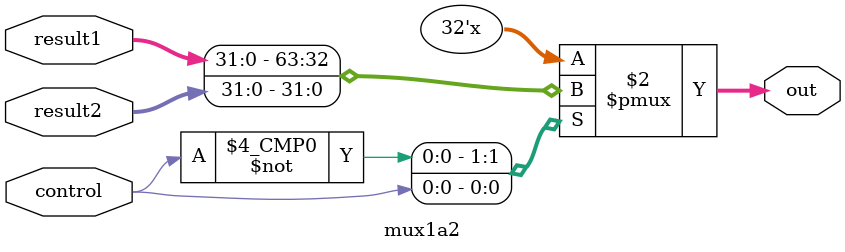
<source format=sv>
module mux1a2 #(parameter N = 32) (input logic[N-1:0] result1, result2,
											  input logic control,
											  output logic[N-1:0] out);
	
	always_comb
		case(control)
			1'b0 : out = result1;
			1'b1 : out = result2;
			default : out = 'z;
		endcase
		
endmodule 
</source>
